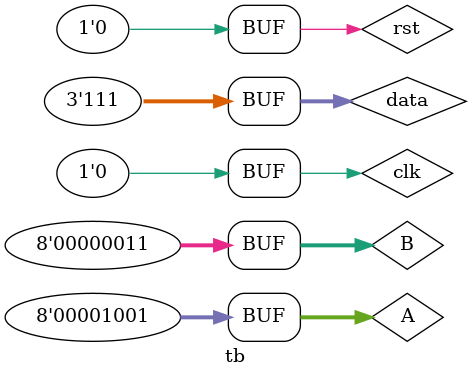
<source format=v>
`timescale 1ns/1ps
module tb;
reg clk,rst,op;
reg [7:0]A,B;
reg [3:1] data;
wire[7:0] result;
add_sub c1(clk,rst,{B,A},data,result);

//always #5clk=~clk;
initial 
    begin
        $dumpfile("02.vcd");
        $dumpvars;
        clk=0;
        rst =0;
        A = 0;
        #3 rst=1;
        #10 rst=0;
        data = 0010;
        #10 A = 3; B = 4;data = 3'b000; 
        #10 A = 6; B = 7;data = 3'b111; 
        #10 A = 5; B = 8;data = 3'b110; 
        #10 A = 2; B = 6;data = 3'b111; 
        #10 A = 0; B = 10;data = 3'b110; 
        #10 A = 9; B = 3;data = 3'b111; 

      
        //#20 $stop;
end
endmodule
</source>
